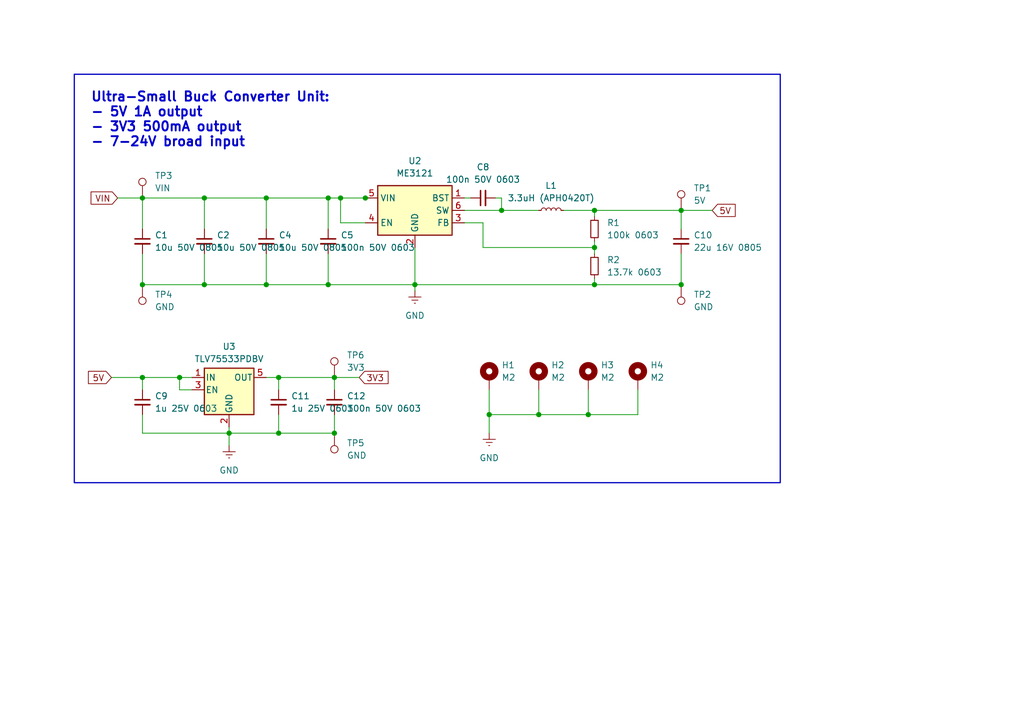
<source format=kicad_sch>
(kicad_sch (version 20231120) (generator "eeschema") (generator_version "8.0")
  (paper "A5")
  (lib_symbols
    (symbol "Connector:TestPoint" (pin_numbers hide) (pin_names (offset 0.762) hide)
      (property "Reference" "TP" (at 0 6.858 0))
      (property "Value" "TestPoint" (at 0 5.08 0))
      (symbol "TestPoint_0_1"
        (circle (center 0 3.302) (radius 0.762))
      )
      (symbol "TestPoint_1_1"
        (pin passive line (at 0 0 90) (length 2.54) (name "1") (number "1"))
      )
    )
    (symbol "Device:C_Small" (pin_numbers hide) (pin_names (offset 0.254) hide)
      (property "Reference" "C" (at 0.254 1.778 0))
      (property "Value" "C_Small" (at 0.254 -2.032 0))
      (symbol "C_Small_0_1"
        (polyline (pts (xy -1.524 -0.508) (xy 1.524 -0.508)) (stroke (width 0.3302)))
        (polyline (pts (xy -1.524 0.508) (xy 1.524 0.508)) (stroke (width 0.3048)))
      )
      (symbol "C_Small_1_1"
        (pin passive line (at 0 2.54 270) (length 2.032) (name "~") (number "1"))
        (pin passive line (at 0 -2.54 90) (length 2.032) (name "~") (number "2"))
      )
    )
    (symbol "Device:L_Small" (pin_numbers hide) (pin_names (offset 0.254) hide)
      (property "Reference" "L" (at 0.762 1.016 0))
      (property "Value" "L_Small" (at 0.762 -1.016 0))
      (symbol "L_Small_0_1"
        (arc (start 0 -2.032) (mid 0.5058 -1.524) (end 0 -1.016))
        (arc (start 0 -1.016) (mid 0.5058 -0.508) (end 0 0))
        (arc (start 0 0) (mid 0.5058 0.508) (end 0 1.016))
        (arc (start 0 1.016) (mid 0.5058 1.524) (end 0 2.032))
      )
      (symbol "L_Small_1_1"
        (pin passive line (at 0 2.54 270) (length 0.508) (name "~") (number "1"))
        (pin passive line (at 0 -2.54 90) (length 0.508) (name "~") (number "2"))
      )
    )
    (symbol "Device:R_Small" (pin_numbers hide) (pin_names (offset 0.254) hide)
      (property "Reference" "R" (at 0.762 0.508 0))
      (property "Value" "R_Small" (at 0.762 -1.016 0))
      (symbol "R_Small_0_1"
        (rectangle (start -0.762 1.778) (end 0.762 -1.778) (stroke (width 0.2032)))
      )
      (symbol "R_Small_1_1"
        (pin passive line (at 0 2.54 270) (length 0.762) (name "~") (number "1"))
        (pin passive line (at 0 -2.54 90) (length 0.762) (name "~") (number "2"))
      )
    )
    (symbol "Mechanical:MountingHole_Pad" (pin_numbers hide) (pin_names (offset 1.016) hide) (exclude_from_sim yes) (in_bom no)
      (property "Reference" "H" (at 0 6.35 0))
      (property "Value" "MountingHole_Pad" (at 0 4.445 0))
      (symbol "MountingHole_Pad_0_1"
        (circle (center 0 1.27) (radius 1.27) (stroke (width 1.27)))
      )
      (symbol "MountingHole_Pad_1_1"
        (pin input line (at 0 -2.54 90) (length 2.54) (name "1") (number "1"))
      )
    )
    (symbol "Regulator_Linear:TLV75533PDBV" (pin_names (offset 0.254))
      (property "Reference" "U" (at -3.81 5.715 0))
      (property "Value" "TLV75533PDBV" (at 0 5.715 0))
      (symbol "TLV75533PDBV_0_1"
        (rectangle (start -5.08 4.445) (end 5.08 -5.08) (stroke (width 0.254)) (fill (type background)))
      )
      (symbol "TLV75533PDBV_1_1"
        (pin power_in line (at -7.62 2.54 0) (length 2.54) (name "IN") (number "1"))
        (pin power_in line (at 0 -7.62 90) (length 2.54) (name "GND") (number "2"))
        (pin input line (at -7.62 0 0) (length 2.54) (name "EN") (number "3"))
        (pin no_connect line (at 5.08 0 180) (length 2.54) hide (name "NC") (number "4"))
        (pin power_out line (at 7.62 2.54 180) (length 2.54) (name "OUT") (number "5"))
      )
    )
    (symbol "Regulator_Switching:ME3121"
      (property "Reference" "U" (at -7.62 3.81 0))
      (property "Value" "ME3121" (at 0 -2.54 0))
      (symbol "ME3121_0_1"
        (rectangle (start -7.62 5.08) (end 7.62 -5.08) (stroke (width 0.254)) (fill (type background)))
      )
      (symbol "ME3121_1_1"
        (pin passive line (at 10.16 2.54 180) (length 2.54) (name "BST") (number "1"))
        (pin power_in line (at 0 -7.62 90) (length 2.54) (name "GND") (number "2"))
        (pin input line (at 10.16 -2.54 180) (length 2.54) (name "FB") (number "3"))
        (pin input line (at -10.16 -2.54 0) (length 2.54) (name "EN") (number "4"))
        (pin power_in line (at -10.16 2.54 0) (length 2.54) (name "VIN") (number "5"))
        (pin power_out line (at 10.16 0 180) (length 2.54) (name "SW") (number "6"))
      )
    )
    (symbol "power:Earth" (power) (pin_numbers hide) (pin_names (offset 0) hide)
      (property "Value" "Earth" (at 0 -3.81 0))
      (symbol "Earth_0_1"
        (polyline (pts (xy -0.635 -1.905) (xy 0.635 -1.905)))
        (polyline (pts (xy -0.127 -2.54) (xy 0.127 -2.54)))
        (polyline (pts (xy 0 -1.27) (xy 0 0)))
        (polyline (pts (xy 1.27 -1.27) (xy -1.27 -1.27)))
      )
      (symbol "Earth_1_1"
        (pin power_in line (at 0 0 270) (length 0) (name "~") (number "1"))
      )
    )
  )
  (junction (at 121.92 58.42))
  (junction (at 85.09 58.42))
  (junction (at 57.15 77.47))
  (junction (at 100.33 85.09))
  (junction (at 68.58 77.47))
  (junction (at 29.21 40.64))
  (junction (at 120.65 85.09))
  (junction (at 41.91 40.64))
  (junction (at 46.99 88.9))
  (junction (at 36.83 77.47))
  (junction (at 68.58 88.9))
  (junction (at 54.61 40.64))
  (junction (at 110.49 85.09))
  (junction (at 57.15 88.9))
  (junction (at 121.92 50.8))
  (junction (at 121.92 43.18))
  (junction (at 29.21 77.47))
  (junction (at 41.91 58.42))
  (junction (at 67.31 40.64))
  (junction (at 74.93 40.64))
  (junction (at 54.61 58.42))
  (junction (at 139.7 43.18))
  (junction (at 67.31 58.42))
  (junction (at 139.7 58.42))
  (junction (at 69.85 40.64))
  (junction (at 102.87 43.18))
  (junction (at 29.21 58.42))
  (wire (pts (xy 29.21 85.09) (xy 29.21 88.9)))
  (wire (pts (xy 67.31 40.64) (xy 69.85 40.64)))
  (wire (pts (xy 41.91 40.64) (xy 54.61 40.64)))
  (wire (pts (xy 110.49 85.09) (xy 120.65 85.09)))
  (wire (pts (xy 101.6 40.64) (xy 102.87 40.64)))
  (wire (pts (xy 139.7 43.18) (xy 139.7 46.99)))
  (wire (pts (xy 46.99 88.9) (xy 46.99 91.44)))
  (wire (pts (xy 36.83 77.47) (xy 39.37 77.47)))
  (wire (pts (xy 57.15 88.9) (xy 46.99 88.9)))
  (wire (pts (xy 36.83 80.01) (xy 36.83 77.47)))
  (wire (pts (xy 121.92 58.42) (xy 121.92 57.15)))
  (wire (pts (xy 67.31 40.64) (xy 67.31 46.99)))
  (wire (pts (xy 100.33 80.01) (xy 100.33 85.09)))
  (wire (pts (xy 29.21 77.47) (xy 36.83 77.47)))
  (wire (pts (xy 68.58 77.47) (xy 68.58 80.01)))
  (wire (pts (xy 102.87 40.64) (xy 102.87 43.18)))
  (wire (pts (xy 39.37 80.01) (xy 36.83 80.01)))
  (wire (pts (xy 69.85 45.72) (xy 74.93 45.72)))
  (wire (pts (xy 99.06 45.72) (xy 99.06 50.8)))
  (wire (pts (xy 139.7 43.18) (xy 146.05 43.18)))
  (wire (pts (xy 99.06 50.8) (xy 121.92 50.8)))
  (wire (pts (xy 121.92 43.18) (xy 139.7 43.18)))
  (wire (pts (xy 85.09 58.42) (xy 121.92 58.42)))
  (wire (pts (xy 85.09 50.8) (xy 85.09 58.42)))
  (wire (pts (xy 67.31 52.07) (xy 67.31 58.42)))
  (wire (pts (xy 120.65 80.01) (xy 120.65 85.09)))
  (wire (pts (xy 29.21 77.47) (xy 29.21 80.01)))
  (wire (pts (xy 95.25 45.72) (xy 99.06 45.72)))
  (wire (pts (xy 110.49 80.01) (xy 110.49 85.09)))
  (wire (pts (xy 120.65 85.09) (xy 130.81 85.09)))
  (wire (pts (xy 29.21 52.07) (xy 29.21 58.42)))
  (wire (pts (xy 54.61 77.47) (xy 57.15 77.47)))
  (wire (pts (xy 68.58 77.47) (xy 73.66 77.47)))
  (wire (pts (xy 54.61 58.42) (xy 67.31 58.42)))
  (wire (pts (xy 29.21 58.42) (xy 41.91 58.42)))
  (wire (pts (xy 54.61 40.64) (xy 67.31 40.64)))
  (wire (pts (xy 115.57 43.18) (xy 121.92 43.18)))
  (wire (pts (xy 57.15 85.09) (xy 57.15 88.9)))
  (wire (pts (xy 57.15 88.9) (xy 68.58 88.9)))
  (wire (pts (xy 139.7 52.07) (xy 139.7 58.42)))
  (wire (pts (xy 54.61 40.64) (xy 54.61 46.99)))
  (wire (pts (xy 95.25 40.64) (xy 96.52 40.64)))
  (wire (pts (xy 69.85 45.72) (xy 69.85 40.64)))
  (wire (pts (xy 57.15 77.47) (xy 57.15 80.01)))
  (wire (pts (xy 29.21 46.99) (xy 29.21 40.64)))
  (wire (pts (xy 54.61 52.07) (xy 54.61 58.42)))
  (wire (pts (xy 24.13 40.64) (xy 29.21 40.64)))
  (wire (pts (xy 130.81 85.09) (xy 130.81 80.01)))
  (wire (pts (xy 121.92 50.8) (xy 121.92 52.07)))
  (wire (pts (xy 121.92 43.18) (xy 121.92 44.45)))
  (wire (pts (xy 102.87 43.18) (xy 110.49 43.18)))
  (wire (pts (xy 67.31 58.42) (xy 85.09 58.42)))
  (wire (pts (xy 29.21 88.9) (xy 46.99 88.9)))
  (wire (pts (xy 29.21 40.64) (xy 41.91 40.64)))
  (wire (pts (xy 74.93 40.64) (xy 76.2 40.64)))
  (wire (pts (xy 100.33 85.09) (xy 110.49 85.09)))
  (wire (pts (xy 22.86 77.47) (xy 29.21 77.47)))
  (wire (pts (xy 46.99 88.9) (xy 46.99 87.63)))
  (wire (pts (xy 69.85 40.64) (xy 74.93 40.64)))
  (wire (pts (xy 41.91 52.07) (xy 41.91 58.42)))
  (wire (pts (xy 85.09 58.42) (xy 85.09 59.69)))
  (wire (pts (xy 57.15 77.47) (xy 68.58 77.47)))
  (wire (pts (xy 100.33 85.09) (xy 100.33 88.9)))
  (wire (pts (xy 121.92 49.53) (xy 121.92 50.8)))
  (wire (pts (xy 68.58 85.09) (xy 68.58 88.9)))
  (wire (pts (xy 95.25 43.18) (xy 102.87 43.18)))
  (wire (pts (xy 121.92 58.42) (xy 139.7 58.42)))
  (wire (pts (xy 41.91 58.42) (xy 54.61 58.42)))
  (wire (pts (xy 41.91 40.64) (xy 41.91 46.99)))
  (rectangle (start 15.24 15.24) (end 160.02 99.06) (stroke (width 0.254)))
  (text "Ultra-Small Buck Converter Unit:\n- 5V 1A output\n- 3V3 500mA output\n- 7-24V broad input" (at 18.542 24.638 0) (effects (font (size 1.905 1.905) (thickness 0.381) (bold yes)) (justify left)))
  (global_label "VIN" (shape input) (at 24.13 40.64 180) (property "Intersheetrefs" "${INTERSHEET_REFS}" (effects (hide yes))))
  (global_label "3V3" (shape input) (at 73.66 77.47 0) (property "Intersheetrefs" "${INTERSHEET_REFS}" (effects (hide yes))))
  (global_label "5V" (shape input) (at 146.05 43.18 0) (property "Intersheetrefs" "${INTERSHEET_REFS}" (effects (hide yes))))
  (global_label "5V" (shape input) (at 22.86 77.47 180) (property "Intersheetrefs" "${INTERSHEET_REFS}" (effects (hide yes))))
  (symbol (lib_id "Connector:TestPoint") (at 29.21 58.42 180) (unit 1) (in_bom no)
    (property "Reference" "TP4" (at 31.75 60.4519 0) (effects (justify right)))
    (property "Value" "GND" (at 31.75 62.9919 0) (effects (justify right)))
    (property "Footprint" "digikey-footprints:PROBE_PAD_1206" (effects (hide yes)))
    (property "Description" "test point" (effects (hide yes)))
  )
  (symbol (lib_id "Device:C_Small") (at 139.7 49.53 0) (unit 1)
    (property "Reference" "C10" (at 142.24 48.2662 0) (effects (justify left)))
    (property "Value" "22u 16V 0805" (at 142.24 50.8062 0) (effects (justify left)))
    (property "Footprint" "Capacitor_SMD:C_0805_2012Metric" (effects (hide yes)))
    (property "Description" "Unpolarized capacitor, small symbol" (effects (hide yes)))
  )
  (symbol (lib_id "Device:C_Small") (at 57.15 82.55 0) (unit 1)
    (property "Reference" "C11" (at 59.69 81.2862 0) (effects (justify left)))
    (property "Value" "1u 25V 0603" (at 59.69 83.8262 0) (effects (justify left)))
    (property "Footprint" "Capacitor_SMD:C_0603_1608Metric" (effects (hide yes)))
    (property "Description" "Unpolarized capacitor, small symbol" (effects (hide yes)))
  )
  (symbol (lib_id "power:Earth") (at 100.33 88.9 0) (unit 1)
    (property "Reference" "#PWR01" (effects (hide yes)))
    (property "Value" "GND" (at 100.33 93.98 0))
    (property "Description" "Power symbol creates a global label with name \"Earth\"" (effects (hide yes)))
  )
  (symbol (lib_id "Connector:TestPoint") (at 68.58 88.9 180) (unit 1) (in_bom no)
    (property "Reference" "TP5" (at 71.12 90.9319 0) (effects (justify right)))
    (property "Value" "GND" (at 71.12 93.4719 0) (effects (justify right)))
    (property "Footprint" "digikey-footprints:PROBE_PAD_1206" (effects (hide yes)))
    (property "Description" "test point" (effects (hide yes)))
  )
  (symbol (lib_id "Regulator_Linear:TLV75533PDBV") (at 46.99 80.01 0) (unit 1)
    (property "Reference" "U3" (at 46.99 71.12 0))
    (property "Value" "TLV75533PDBV" (at 46.99 73.66 0))
    (property "Footprint" "Package_TO_SOT_SMD:SOT-23-5" (effects (hide yes)))
    (property "Datasheet" "http://www.ti.com/lit/ds/symlink/tlv755p.pdf" (effects (hide yes)))
    (property "Description" "500mA Low Dropout Voltage Regulator, Fixed Output 3.3V, SOT-23-5" (effects (hide yes)))
  )
  (symbol (lib_id "Connector:TestPoint") (at 139.7 43.18 0) (unit 1) (in_bom no)
    (property "Reference" "TP1" (at 142.24 38.6079 0) (effects (justify left)))
    (property "Value" "5V" (at 142.24 41.1479 0) (effects (justify left)))
    (property "Footprint" "digikey-footprints:PROBE_PAD_1206" (effects (hide yes)))
    (property "Description" "test point" (effects (hide yes)))
  )
  (symbol (lib_id "Device:C_Small") (at 99.06 40.64 90) (unit 1)
    (property "Reference" "C8" (at 99.0663 34.29 90))
    (property "Value" "100n 50V 0603" (at 99.0663 36.83 90))
    (property "Footprint" "Capacitor_SMD:C_0603_1608Metric" (effects (hide yes)))
    (property "Description" "Unpolarized capacitor, small symbol" (effects (hide yes)))
  )
  (symbol (lib_id "Regulator_Switching:ME3121") (at 85.09 43.18 0) (unit 1)
    (property "Reference" "U2" (at 85.09 33.02 0))
    (property "Value" "ME3121" (at 85.09 35.56 0))
    (property "Footprint" "Package_TO_SOT_SMD:SOT-23-6" (effects (hide yes)))
    (property "Datasheet" "https://lcsc.com/datasheet/lcsc_datasheet_2203311630_MICRONE-Nanjing-Micro-One-Elec-ME3121AM6G_C2932938.pdf" (effects (hide yes)))
    (property "Description" "DC-DC Buck Regulator, 1A, Input 4.7V~40V, 1MHz" (effects (hide yes)))
  )
  (symbol (lib_id "Device:L_Small") (at 113.03 43.18 90) (unit 1)
    (property "Reference" "L1" (at 113.03 38.1 90))
    (property "Value" "3.3uH (APH0420T)" (at 113.03 40.64 90))
    (property "Footprint" "Inductor_SMD:L_APV_APH0420" (effects (hide yes)))
    (property "Datasheet" "https://lcsc.com/datasheet/lcsc_datasheet_2409302232_APV-APH0420T3R3M_C5349667.pdf" (effects (hide yes)))
    (property "Description" "Inductor, small symbol" (effects (hide yes)))
  )
  (symbol (lib_id "power:Earth") (at 85.09 59.69 0) (unit 1)
    (property "Reference" "#PWR02" (effects (hide yes)))
    (property "Value" "GND" (at 85.09 64.77 0))
    (property "Description" "Power symbol creates a global label with name \"Earth\"" (effects (hide yes)))
  )
  (symbol (lib_id "Device:C_Small") (at 68.58 82.55 0) (unit 1)
    (property "Reference" "C12" (at 71.12 81.2862 0) (effects (justify left)))
    (property "Value" "100n 50V 0603" (at 71.12 83.8262 0) (effects (justify left)))
    (property "Footprint" "Capacitor_SMD:C_0603_1608Metric" (effects (hide yes)))
    (property "Description" "Unpolarized capacitor, small symbol" (effects (hide yes)))
  )
  (symbol (lib_id "Device:C_Small") (at 29.21 49.53 0) (unit 1)
    (property "Reference" "C1" (at 31.75 48.2662 0) (effects (justify left)))
    (property "Value" "10u 50V 0805" (at 31.75 50.8062 0) (effects (justify left)))
    (property "Footprint" "Capacitor_SMD:C_0805_2012Metric" (effects (hide yes)))
    (property "Description" "Unpolarized capacitor, small symbol" (effects (hide yes)))
  )
  (symbol (lib_id "Connector:TestPoint") (at 139.7 58.42 180) (unit 1) (in_bom no)
    (property "Reference" "TP2" (at 142.24 60.4519 0) (effects (justify right)))
    (property "Value" "GND" (at 142.24 62.9919 0) (effects (justify right)))
    (property "Footprint" "digikey-footprints:PROBE_PAD_1206" (effects (hide yes)))
    (property "Description" "test point" (effects (hide yes)))
  )
  (symbol (lib_id "Device:C_Small") (at 41.91 49.53 0) (unit 1)
    (property "Reference" "C2" (at 44.45 48.2662 0) (effects (justify left)))
    (property "Value" "10u 50V 0805" (at 44.45 50.8062 0) (effects (justify left)))
    (property "Footprint" "Capacitor_SMD:C_0805_2012Metric" (effects (hide yes)))
    (property "Description" "Unpolarized capacitor, small symbol" (effects (hide yes)))
  )
  (symbol (lib_id "Device:R_Small") (at 121.92 54.61 180) (unit 1)
    (property "Reference" "R2" (at 124.46 53.3399 0) (effects (justify right)))
    (property "Value" "13.7k 0603" (at 124.46 55.8799 0) (effects (justify right)))
    (property "Footprint" "Resistor_SMD:R_0603_1608Metric" (effects (hide yes)))
    (property "Description" "Resistor, small symbol" (effects (hide yes)))
  )
  (symbol (lib_id "Device:C_Small") (at 54.61 49.53 0) (unit 1)
    (property "Reference" "C4" (at 57.15 48.2662 0) (effects (justify left)))
    (property "Value" "10u 50V 0805" (at 57.15 50.8062 0) (effects (justify left)))
    (property "Footprint" "Capacitor_SMD:C_0805_2012Metric" (effects (hide yes)))
    (property "Description" "Unpolarized capacitor, small symbol" (effects (hide yes)))
  )
  (symbol (lib_id "power:Earth") (at 46.99 91.44 0) (unit 1)
    (property "Reference" "#PWR03" (effects (hide yes)))
    (property "Value" "GND" (at 46.99 96.52 0))
    (property "Description" "Power symbol creates a global label with name \"Earth\"" (effects (hide yes)))
  )
  (symbol (lib_id "Device:R_Small") (at 121.92 46.99 180) (unit 1)
    (property "Reference" "R1" (at 124.46 45.7199 0) (effects (justify right)))
    (property "Value" "100k 0603" (at 124.46 48.2599 0) (effects (justify right)))
    (property "Footprint" "Resistor_SMD:R_0603_1608Metric" (effects (hide yes)))
    (property "Description" "Resistor, small symbol" (effects (hide yes)))
  )
  (symbol (lib_id "Device:C_Small") (at 29.21 82.55 0) (unit 1)
    (property "Reference" "C9" (at 31.75 81.2862 0) (effects (justify left)))
    (property "Value" "1u 25V 0603" (at 31.75 83.8262 0) (effects (justify left)))
    (property "Footprint" "Capacitor_SMD:C_0603_1608Metric" (effects (hide yes)))
    (property "Description" "Unpolarized capacitor, small symbol" (effects (hide yes)))
  )
  (symbol (lib_id "Mechanical:MountingHole_Pad") (at 120.65 77.47 0) (unit 1) (exclude_from_sim yes) (in_bom no)
    (property "Reference" "H3" (at 123.19 74.9299 0) (effects (justify left)))
    (property "Value" "M2" (at 123.19 77.4699 0) (effects (justify left)))
    (property "Footprint" "MountingHole:MountingHole_2.2mm_M2_DIN965_Pad" (effects (hide yes)))
    (property "Description" "Mounting Hole with connection" (effects (hide yes)))
  )
  (symbol (lib_id "Mechanical:MountingHole_Pad") (at 100.33 77.47 0) (unit 1) (exclude_from_sim yes) (in_bom no)
    (property "Reference" "H1" (at 102.87 74.9299 0) (effects (justify left)))
    (property "Value" "M2" (at 102.87 77.4699 0) (effects (justify left)))
    (property "Footprint" "MountingHole:MountingHole_2.2mm_M2_DIN965_Pad" (effects (hide yes)))
    (property "Description" "Mounting Hole with connection" (effects (hide yes)))
  )
  (symbol (lib_id "Connector:TestPoint") (at 68.58 77.47 0) (unit 1) (exclude_from_sim yes) (in_bom no)
    (property "Reference" "TP6" (at 71.12 72.8979 0) (effects (justify left)))
    (property "Value" "3V3" (at 71.12 75.4379 0) (effects (justify left)))
    (property "Footprint" "digikey-footprints:PROBE_PAD_1206" (effects (hide yes)))
    (property "Description" "test point" (effects (hide yes)))
  )
  (symbol (lib_id "Device:C_Small") (at 67.31 49.53 0) (unit 1)
    (property "Reference" "C5" (at 69.85 48.2662 0) (effects (justify left)))
    (property "Value" "100n 50V 0603" (at 69.85 50.8062 0) (effects (justify left)))
    (property "Footprint" "Capacitor_SMD:C_0603_1608Metric" (effects (hide yes)))
    (property "Description" "Unpolarized capacitor, small symbol" (effects (hide yes)))
  )
  (symbol (lib_id "Connector:TestPoint") (at 29.21 40.64 0) (unit 1) (in_bom no)
    (property "Reference" "TP3" (at 31.75 36.0679 0) (effects (justify left)))
    (property "Value" "VIN" (at 31.75 38.6079 0) (effects (justify left)))
    (property "Footprint" "digikey-footprints:PROBE_PAD_1206" (effects (hide yes)))
    (property "Description" "test point" (effects (hide yes)))
  )
  (symbol (lib_id "Mechanical:MountingHole_Pad") (at 110.49 77.47 0) (unit 1) (exclude_from_sim yes) (in_bom no)
    (property "Reference" "H2" (at 113.03 74.9299 0) (effects (justify left)))
    (property "Value" "M2" (at 113.03 77.4699 0) (effects (justify left)))
    (property "Footprint" "MountingHole:MountingHole_2.2mm_M2_DIN965_Pad" (effects (hide yes)))
    (property "Description" "Mounting Hole with connection" (effects (hide yes)))
  )
  (symbol (lib_id "Mechanical:MountingHole_Pad") (at 130.81 77.47 0) (unit 1) (exclude_from_sim yes) (in_bom no)
    (property "Reference" "H4" (at 133.35 74.9299 0) (effects (justify left)))
    (property "Value" "M2" (at 133.35 77.4699 0) (effects (justify left)))
    (property "Footprint" "MountingHole:MountingHole_2.2mm_M2_DIN965_Pad" (effects (hide yes)))
    (property "Description" "Mounting Hole with connection" (effects (hide yes)))
  )
)
</source>
